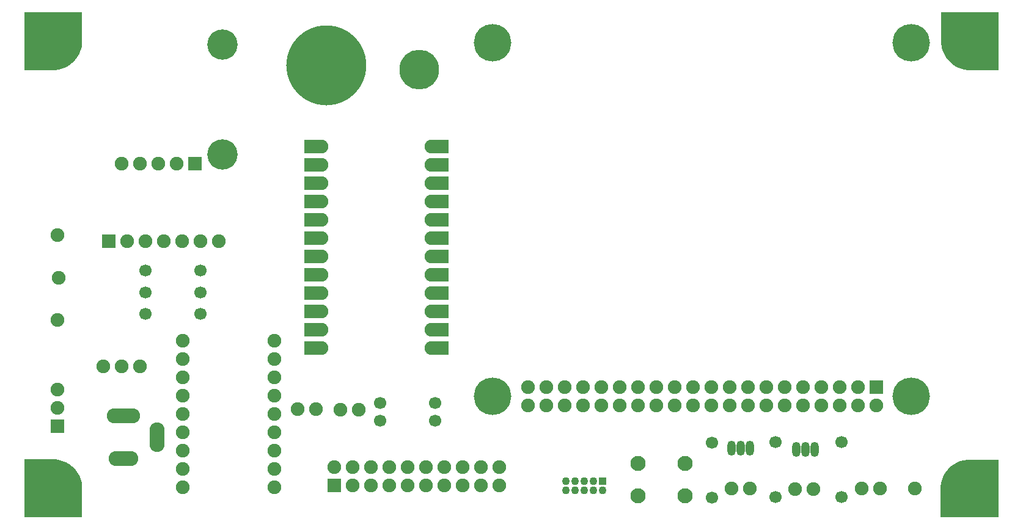
<source format=gts>
G04*
G04 #@! TF.GenerationSoftware,Altium Limited,Altium Designer,20.1.14 (287)*
G04*
G04 Layer_Color=8388736*
%FSLAX44Y44*%
%MOMM*%
G71*
G04*
G04 #@! TF.SameCoordinates,9E3E63A2-1E6E-47A1-B23A-5F7B0E76B0C2*
G04*
G04*
G04 #@! TF.FilePolarity,Negative*
G04*
G01*
G75*
%ADD18R,2.4800X1.8999*%
%ADD19C,1.9000*%
%ADD20R,1.9000X1.9000*%
%ADD21C,4.2000*%
%ADD22C,5.2000*%
%ADD23C,1.1000*%
%ADD24R,1.1000X1.1000*%
%ADD25O,2.1000X4.1000*%
%ADD26O,4.1000X2.1000*%
%ADD27O,4.6000X2.1000*%
%ADD28R,1.9000X1.9000*%
%ADD29C,1.7000*%
%ADD30C,2.1000*%
%ADD31O,1.1500X2.1000*%
%ADD32C,5.5000*%
%ADD33C,11.1000*%
%ADD34C,7.2000*%
G36*
X79999Y40001D02*
X80000Y39999D01*
Y0D01*
X0D01*
Y80000D01*
X40001Y80001D01*
X42622Y80001D01*
X47821Y79317D01*
X52886Y77959D01*
X57730Y75953D01*
X62271Y73331D01*
X66431Y70139D01*
X70138Y66431D01*
X73330Y62271D01*
X75952Y57730D01*
X77958Y52886D01*
X79315Y47821D01*
X79999Y42622D01*
X79999Y40001D01*
X79999D01*
D02*
G37*
G36*
X40001Y620001D02*
X39999Y620000D01*
X0D01*
Y700000D01*
X80000D01*
X80001Y659999D01*
X80001Y657378D01*
X79317Y652179D01*
X77959Y647114D01*
X75953Y642270D01*
X73331Y637729D01*
X70139Y633569D01*
X66431Y629862D01*
X62271Y626670D01*
X57730Y624048D01*
X52886Y622042D01*
X47821Y620685D01*
X42622Y620000D01*
X40001Y620001D01*
D01*
D02*
G37*
G36*
X1309426Y79571D02*
X1309427Y79572D01*
X1349427D01*
Y-428D01*
X1269427D01*
X1269426Y39572D01*
X1269426Y42194D01*
X1270110Y47393D01*
X1271467Y52457D01*
X1273474Y57302D01*
X1276096Y61842D01*
X1279288Y66002D01*
X1282996Y69710D01*
X1287156Y72902D01*
X1291697Y75524D01*
X1296541Y77530D01*
X1301606Y78887D01*
X1306805Y79571D01*
X1309426Y79571D01*
X1309426Y79571D01*
D02*
G37*
G36*
X1270001Y659999D02*
X1270000Y660001D01*
Y700000D01*
X1350000D01*
Y620000D01*
X1309999Y619999D01*
X1307378Y619999D01*
X1302179Y620683D01*
X1297114Y622040D01*
X1292270Y624047D01*
X1287729Y626669D01*
X1283569Y629861D01*
X1279862Y633569D01*
X1276670Y637729D01*
X1274048Y642270D01*
X1272042Y647114D01*
X1270685Y652179D01*
X1270001Y657378D01*
X1270001Y659999D01*
Y659999D01*
D02*
G37*
D18*
X575600Y437500D02*
D03*
Y361300D02*
D03*
Y285100D02*
D03*
Y513700D02*
D03*
Y488300D02*
D03*
Y462900D02*
D03*
Y412100D02*
D03*
Y386700D02*
D03*
Y335900D02*
D03*
Y310500D02*
D03*
Y259700D02*
D03*
Y234300D02*
D03*
X399400Y437500D02*
D03*
Y285100D02*
D03*
Y361300D02*
D03*
Y462900D02*
D03*
Y488300D02*
D03*
Y513700D02*
D03*
Y386700D02*
D03*
Y412100D02*
D03*
Y310500D02*
D03*
Y335900D02*
D03*
Y234300D02*
D03*
Y259700D02*
D03*
D19*
X160000Y490000D02*
D03*
X185400D02*
D03*
X210800D02*
D03*
X134600D02*
D03*
X1180200Y154600D02*
D03*
X1154800Y180000D02*
D03*
Y154600D02*
D03*
X1129400Y180000D02*
D03*
Y154600D02*
D03*
X1104000Y180000D02*
D03*
Y154600D02*
D03*
X1078600Y180000D02*
D03*
Y154600D02*
D03*
X1053200Y180000D02*
D03*
Y154600D02*
D03*
X1027800Y180000D02*
D03*
Y154600D02*
D03*
X1002400Y180000D02*
D03*
Y154600D02*
D03*
X977000Y180000D02*
D03*
Y154600D02*
D03*
X951600Y180000D02*
D03*
Y154600D02*
D03*
X926200Y180000D02*
D03*
Y154600D02*
D03*
X900800Y180000D02*
D03*
Y154600D02*
D03*
X875400Y180000D02*
D03*
Y154600D02*
D03*
X850000Y180000D02*
D03*
Y154600D02*
D03*
X824600Y180000D02*
D03*
Y154600D02*
D03*
X799200Y180000D02*
D03*
Y154600D02*
D03*
X773800Y180000D02*
D03*
Y154600D02*
D03*
X748400Y180000D02*
D03*
Y154600D02*
D03*
X723000Y180000D02*
D03*
Y154600D02*
D03*
X697600Y180000D02*
D03*
Y154600D02*
D03*
X219500Y244600D02*
D03*
Y41400D02*
D03*
Y92200D02*
D03*
Y219200D02*
D03*
Y193800D02*
D03*
Y168400D02*
D03*
Y143000D02*
D03*
Y117600D02*
D03*
Y66800D02*
D03*
X346500Y244600D02*
D03*
Y219200D02*
D03*
Y193800D02*
D03*
Y168400D02*
D03*
Y117600D02*
D03*
Y41400D02*
D03*
Y66800D02*
D03*
Y92200D02*
D03*
Y143000D02*
D03*
X1233500Y39250D02*
D03*
X218800Y382250D02*
D03*
X142600D02*
D03*
X168000D02*
D03*
X193400D02*
D03*
X269600D02*
D03*
X244200D02*
D03*
X46250Y177150D02*
D03*
Y151750D02*
D03*
X46250Y390750D02*
D03*
X47750Y332000D02*
D03*
X46250Y273500D02*
D03*
X657900Y68900D02*
D03*
X632500D02*
D03*
X607100D02*
D03*
X657900Y43500D02*
D03*
X632500D02*
D03*
X607100D02*
D03*
X429300Y68900D02*
D03*
X454700Y43500D02*
D03*
Y68900D02*
D03*
X480100Y43500D02*
D03*
Y68900D02*
D03*
X505500Y43500D02*
D03*
Y68900D02*
D03*
X530900Y43500D02*
D03*
X556300D02*
D03*
X530900Y68900D02*
D03*
X556300D02*
D03*
X581700Y43500D02*
D03*
Y68900D02*
D03*
X563700Y234300D02*
D03*
Y412100D02*
D03*
Y361300D02*
D03*
Y335900D02*
D03*
Y310500D02*
D03*
Y285100D02*
D03*
Y259700D02*
D03*
Y386700D02*
D03*
Y437500D02*
D03*
Y462900D02*
D03*
Y488300D02*
D03*
Y513700D02*
D03*
X411300Y335900D02*
D03*
Y386700D02*
D03*
Y412100D02*
D03*
Y437500D02*
D03*
Y462900D02*
D03*
Y488300D02*
D03*
Y361300D02*
D03*
Y310500D02*
D03*
Y285100D02*
D03*
Y259700D02*
D03*
Y234300D02*
D03*
Y513700D02*
D03*
X109600Y208750D02*
D03*
X135000D02*
D03*
X160400D02*
D03*
X1185400Y39250D02*
D03*
X1160000D02*
D03*
X1093450Y39000D02*
D03*
X1068050D02*
D03*
X1004950Y39500D02*
D03*
X979550D02*
D03*
X438050Y149250D02*
D03*
X463450D02*
D03*
X378800Y149500D02*
D03*
X404200D02*
D03*
D20*
X236200Y490000D02*
D03*
X1180200Y180000D02*
D03*
X117200Y382250D02*
D03*
X429300Y43500D02*
D03*
D21*
X274300Y502700D02*
D03*
Y655100D02*
D03*
D22*
X1228900Y167300D02*
D03*
X648900D02*
D03*
X1228900Y657300D02*
D03*
X648900D02*
D03*
D23*
X775748Y50100D02*
D03*
X775750Y37400D02*
D03*
X788448Y50100D02*
D03*
X788450Y37400D02*
D03*
X801150D02*
D03*
X763048Y50100D02*
D03*
X763050Y37400D02*
D03*
X750348Y50100D02*
D03*
X750350Y37400D02*
D03*
D24*
X801148Y50100D02*
D03*
D25*
X184000Y110750D02*
D03*
D26*
X137000Y80750D02*
D03*
D27*
Y140750D02*
D03*
D28*
X46250Y126350D02*
D03*
D29*
X569100Y158000D02*
D03*
X492900D02*
D03*
X568850Y133750D02*
D03*
X492650D02*
D03*
X167900Y281750D02*
D03*
X244100D02*
D03*
Y341500D02*
D03*
X167900D02*
D03*
X244100Y311750D02*
D03*
X167900D02*
D03*
X1132500Y103850D02*
D03*
Y27650D02*
D03*
X1040500Y27400D02*
D03*
Y103600D02*
D03*
X952250Y27150D02*
D03*
Y103350D02*
D03*
D30*
X915500Y29750D02*
D03*
Y74750D02*
D03*
X850500D02*
D03*
Y29750D02*
D03*
D31*
X1069550Y93500D02*
D03*
X1094950D02*
D03*
X1082250D02*
D03*
X979550Y95250D02*
D03*
X1004950D02*
D03*
X992250D02*
D03*
D32*
X546750Y620500D02*
D03*
D33*
X418750Y626500D02*
D03*
D34*
X1310000Y660000D02*
D03*
Y40000D02*
D03*
X40000Y660000D02*
D03*
Y40000D02*
D03*
M02*

</source>
